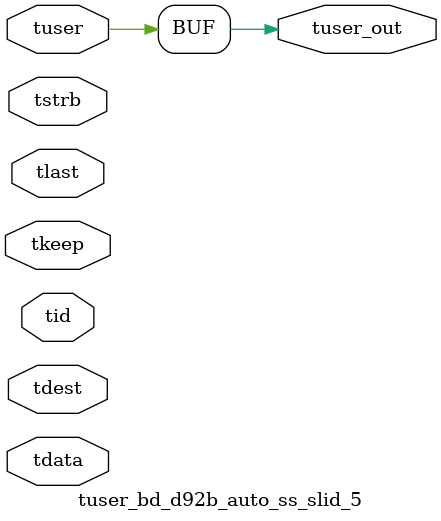
<source format=v>


`timescale 1ps/1ps

module tuser_bd_d92b_auto_ss_slid_5 #
(
parameter C_S_AXIS_TUSER_WIDTH = 1,
parameter C_S_AXIS_TDATA_WIDTH = 32,
parameter C_S_AXIS_TID_WIDTH   = 0,
parameter C_S_AXIS_TDEST_WIDTH = 0,
parameter C_M_AXIS_TUSER_WIDTH = 1
)
(
input  [(C_S_AXIS_TUSER_WIDTH == 0 ? 1 : C_S_AXIS_TUSER_WIDTH)-1:0     ] tuser,
input  [(C_S_AXIS_TDATA_WIDTH == 0 ? 1 : C_S_AXIS_TDATA_WIDTH)-1:0     ] tdata,
input  [(C_S_AXIS_TID_WIDTH   == 0 ? 1 : C_S_AXIS_TID_WIDTH)-1:0       ] tid,
input  [(C_S_AXIS_TDEST_WIDTH == 0 ? 1 : C_S_AXIS_TDEST_WIDTH)-1:0     ] tdest,
input  [(C_S_AXIS_TDATA_WIDTH/8)-1:0 ] tkeep,
input  [(C_S_AXIS_TDATA_WIDTH/8)-1:0 ] tstrb,
input                                                                    tlast,
output [C_M_AXIS_TUSER_WIDTH-1:0] tuser_out
);

assign tuser_out = {tuser[0:0]};

endmodule


</source>
